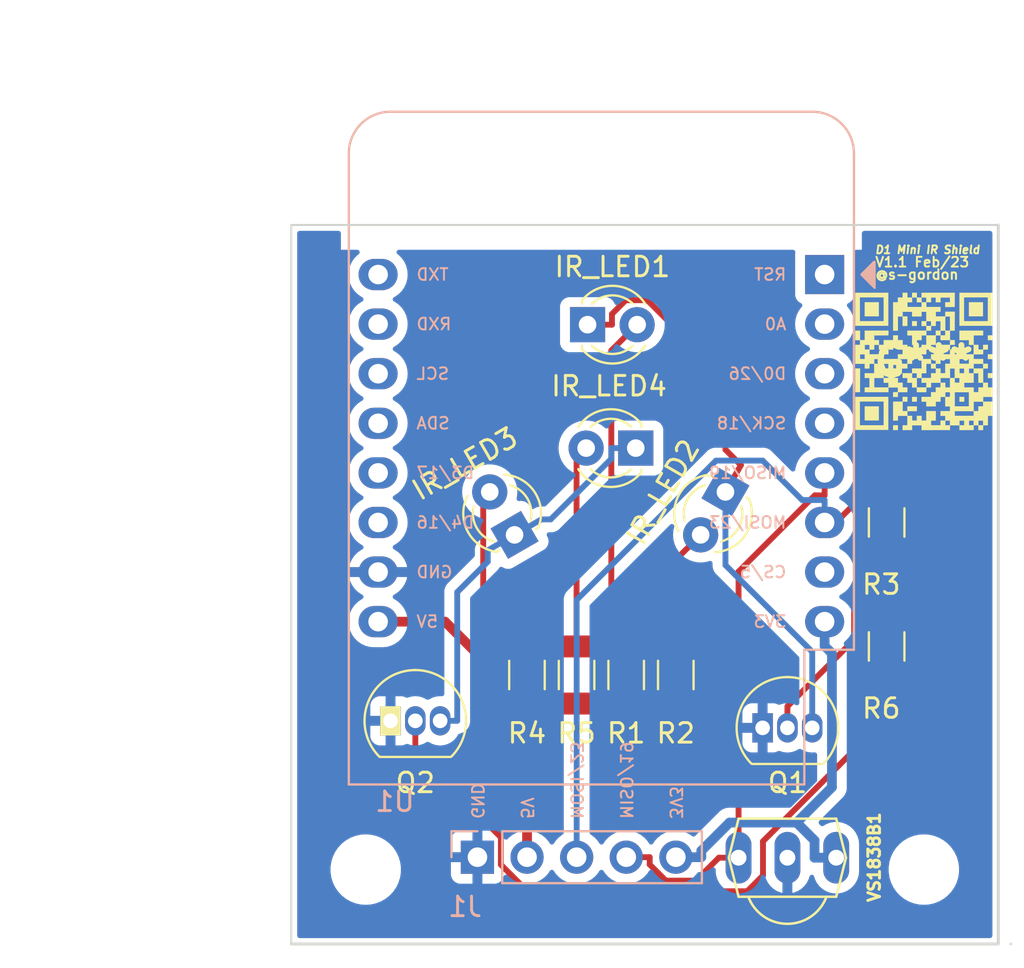
<source format=kicad_pcb>
(kicad_pcb (version 20221018) (generator pcbnew)
  (title_block (title "D1 Mini IR Shield") (date "2023-01-29") (rev "V1.1"))
  (layers (0 "F.Cu" signal) (31 "B.Cu" signal) (34 "B.Paste" user) (35 "F.Paste" user) (36 "B.SilkS" user "B.Silkscreen") (37 "F.SilkS" user "F.Silkscreen") (38 "B.Mask" user) (39 "F.Mask" user) (44 "Edge.Cuts" user))
  (net 0 "")
  (net 1 "GND")
  (net 2 "Net-(IR_LED1-Pad2)")
  (net 3 "+5V")
  (net 4 "+3V3")
  (net 5 "D6")
  (net 6 "Net-(Q1-Pad2)")
  (net 7 "D7")
  (net 8 "Net-(IR_LED2-Pad2)")
  (net 9 "Net-(IR_LED3-Pad2)")
  (net 19 "Net-(IR_LED4-Pad2)")
  (net 20 "Net-(IR_LED1-Pad1)")
  (net 21 "Net-(IR_LED3-Pad1)")
  (net 22 "Net-(Q2-Pad2)")
  (footprint "LED_THT:LED_D3.0mm" (layer "F.Cu") (at 74.295 67.31 120)
    (fp_text reference "IR_LED3" (at 4.427204 -0.379779 30) (layer "F.SilkS"))
    (fp_text value "TSAL4400")
    (fp_line (start -0.29 -1.236) (end -0.29 -1.08) (stroke (width 0.12)) (layer "F.SilkS"))
    (fp_line (start -0.29 1.08) (end -0.29 1.236) (stroke (width 0.12)) (layer "F.SilkS"))
    (fp_arc (start -0.29 -1.235516) (mid 1.366488 -1.987659) (end 2.942335 -1.078608) (stroke (width 0.12)) (layer "F.SilkS"))
    (fp_arc (start 0.229039 -1.08) (mid 1.270118 -1.5) (end 2.31113 -1.079837) (stroke (width 0.12)) (layer "F.SilkS"))
    (fp_arc (start 2.31113 1.079837) (mid 1.270118 1.5) (end 0.229039 1.08) (stroke (width 0.12)) (layer "F.SilkS"))
    (fp_arc (start 2.942335 1.078608) (mid 1.366487 1.987659) (end -0.29 1.235516) (stroke (width 0.12)) (layer "F.SilkS"))
    (pad "1" thru_hole rect (at 0 0 120) (size 1.8 1.8) (drill 0.9) (layers "*.Cu" "*.Mask") (net 21 "Net-(IR_LED3-Pad1)"))
    (pad "2" thru_hole circle (at 2.54 0 120) (size 1.8 1.8) (drill 0.9) (layers "*.Cu" "*.Mask") (net 9 "Net-(IR_LED3-Pad2)"))
  )
  (footprint "Resistor_SMD:R_1206_3216Metric" (layer "F.Cu") (at 82.55 74.4875 -90)
    (fp_text reference "R2" (at 2.9825 0) (layer "F.SilkS"))
    (fp_text value "20")
    (fp_line (start -0.727064 -0.91) (end 0.727064 -0.91) (stroke (width 0.12)) (layer "F.SilkS"))
    (fp_line (start -0.727064 0.91) (end 0.727064 0.91) (stroke (width 0.12)) (layer "F.SilkS"))
    (pad "1" smd roundrect (at -1.4625 0 270) (size 1.125 1.75) (layers "F.Cu" "F.Paste" "F.Mask") (roundrect_rratio 0.222222) (net 8 "Net-(IR_LED2-Pad2)"))
    (pad "2" smd roundrect (at 1.4625 0 270) (size 1.125 1.75) (layers "F.Cu" "F.Paste" "F.Mask") (roundrect_rratio 0.222222) (net 3 "+5V"))
  )
  (footprint "Resistor_SMD:R_1206_3216Metric" (layer "F.Cu") (at 80.01 74.4875 -90)
    (fp_text reference "R1" (at 2.9825 0) (layer "F.SilkS"))
    (fp_text value "20")
    (fp_line (start -0.727064 -0.91) (end 0.727064 -0.91) (stroke (width 0.12)) (layer "F.SilkS"))
    (fp_line (start -0.727064 0.91) (end 0.727064 0.91) (stroke (width 0.12)) (layer "F.SilkS"))
    (pad "1" smd roundrect (at -1.4625 0 270) (size 1.125 1.75) (layers "F.Cu" "F.Paste" "F.Mask") (roundrect_rratio 0.222222) (net 2 "Net-(IR_LED1-Pad2)"))
    (pad "2" smd roundrect (at 1.4625 0 270) (size 1.125 1.75) (layers "F.Cu" "F.Paste" "F.Mask") (roundrect_rratio 0.222222) (net 3 "+5V"))
  )
  (footprint "Package_TO_SOT_THT:TO-92_Inline" (layer "F.Cu") (at 86.995 77.195)
    (fp_text reference "Q1" (at 1.27 2.815) (layer "F.SilkS"))
    (fp_text value "2N2222")
    (fp_line (start -0.53 1.85) (end 3.07 1.85) (stroke (width 0.12)) (layer "F.SilkS"))
    (fp_arc (start -0.568478 1.838478) (mid -1.132087 -0.994977) (end 1.27 -2.6) (stroke (width 0.12)) (layer "F.SilkS"))
    (fp_arc (start 1.27 -2.6) (mid 3.672087 -0.994977) (end 3.108478 1.838478) (stroke (width 0.12)) (layer "F.SilkS"))
    (pad "1" thru_hole rect (at 0 0) (size 1.05 1.5) (drill 0.75) (layers "*.Cu" "*.Mask") (net 1 "GND"))
    (pad "2" thru_hole oval (at 1.27 0) (size 1.05 1.5) (drill 0.75) (layers "*.Cu" "*.Mask") (net 6 "Net-(Q1-Pad2)"))
    (pad "3" thru_hole oval (at 2.54 0) (size 1.05 1.5) (drill 0.75) (layers "*.Cu" "*.Mask") (net 20 "Net-(IR_LED1-Pad1)"))
  )
  (footprint "TSOP1838:TSOP18XX" (layer "F.Cu") (at 88.265 83.82)
    (fp_text reference "VS1838B1" (at 4.445 0 -90) (layer "F.SilkS") (effects (font (size 0.6 0.6))))
    (fp_text value "VS1838B")
    (fp_line (start -3.0012 0.0266) (end -2.5012 -1.9734) (stroke (width 0.127)) (layer "F.SilkS"))
    (fp_line (start -2.5012 -1.9734) (end 2.4988 -1.9734) (stroke (width 0.127)) (layer "F.SilkS"))
    (fp_line (start -2.5012 2.0266) (end -3.0012 0.0266) (stroke (width 0.127)) (layer "F.SilkS"))
    (fp_line (start -2.0012 2.0266) (end -2.5012 2.0266) (stroke (width 0.127)) (layer "F.SilkS"))
    (fp_line (start 1.9988 2.0266) (end -2.0012 2.0266) (stroke (width 0.127)) (layer "F.SilkS"))
    (fp_line (start 2.4988 -1.9734) (end 2.9988 0.0266) (stroke (width 0.127)) (layer "F.SilkS"))
    (fp_line (start 2.4988 2.0266) (end 1.9988 2.0266) (stroke (width 0.127)) (layer "F.SilkS"))
    (fp_line (start 2.9988 0.0266) (end 2.4988 2.0266) (stroke (width 0.127)) (layer "F.SilkS"))
    (fp_arc (start 1.9988 2.0266) (mid -0.0012 3.412602) (end -2.0012 2.0266) (stroke (width 0.127)) (layer "F.SilkS"))
    (pad "GND" thru_hole oval (at -0.0012 0.0266) (size 1.3208 2.6416) (drill 0.8128) (layers "*.Cu" "*.Mask") (net 1 "GND"))
    (pad "OUT" thru_hole oval (at -2.5012 0.0266) (size 1.3208 2.6416) (drill 0.8128) (layers "*.Cu" "*.Mask") (net 5 "D6"))
    (pad "VCC" thru_hole oval (at 2.4988 0.0266) (size 1.3208 2.6416) (drill 0.8128) (layers "*.Cu" "*.Mask") (net 4 "+3V3"))
  )
  (footprint "LOGO" (layer "F.Cu") (at 95.25 58.42)
    (fp_text reference "G***" (at 0 0) (layer "F.SilkS") (effects (font (size 1.524 1.524) (thickness 0.3))))
    (fp_text value "LOGO" hide)
    (fp_poly (pts (xy -3.265282 1.583396) (xy -3.515292 1.586098) (xy -3.515292 0.36365) (xy -3.262716 0.36365)) (fill solid) (layer "F.SilkS"))
    (fp_poly (pts (xy -2.303122 -2.303122) (xy -3.030424 -2.303122) (xy -3.030424 -3.030424) (xy -2.303122 -3.030424)) (fill solid) (layer "F.SilkS"))
    (fp_poly (pts (xy -2.303122 3.030423) (xy -3.030424 3.030423) (xy -3.030424 2.303121) (xy -2.303122 2.303121)) (fill solid) (layer "F.SilkS"))
    (fp_poly (pts (xy -1.325811 3.522867) (xy -1.575821 3.525569) (xy -1.575821 3.272857) (xy -1.323109 3.272857)) (fill solid) (layer "F.SilkS"))
    (fp_poly (pts (xy 3.030423 -2.303122) (xy 2.303121 -2.303122) (xy 2.303121 -3.030424) (xy 3.030423 -3.030424)) (fill solid) (layer "F.SilkS"))
    (fp_poly (pts (xy 3.522867 -1.083377) (xy 3.272857 -1.080675) (xy 3.272857 -1.333387) (xy 3.525569 -1.333387)) (fill solid) (layer "F.SilkS"))
    (fp_poly (pts (xy 3.522867 -0.113641) (xy 3.272857 -0.110939) (xy 3.272857 -0.363651) (xy 3.525569 -0.363651)) (fill solid) (layer "F.SilkS"))
    (fp_poly (pts (xy 3.522867 0.856094) (xy 3.272857 0.858796) (xy 3.272857 0.606084) (xy 3.525569 0.606084)) (fill solid) (layer "F.SilkS"))
    (fp_poly (pts (xy -0.356075 -1.810678) (xy -0.48108 -1.809328) (xy -0.606085 -1.807977) (xy -0.606085 -2.060688) (xy -0.353373 -2.060688)) (fill solid) (layer "F.SilkS"))
    (fp_poly (pts (xy -0.356075 2.068264) (xy -0.48108 2.069615) (xy -0.606085 2.070965) (xy -0.606085 1.818254) (xy -0.353373 1.818254)) (fill solid) (layer "F.SilkS"))
    (fp_poly (pts (xy 2.069615 1.943259) (xy 2.068264 2.068264) (xy 1.943259 2.069615) (xy 1.818254 2.070965) (xy 1.818254 1.818254) (xy 2.070965 1.818254)) (fill solid) (layer "F.SilkS"))
    (fp_poly (pts (xy -1.818255 -1.818255) (xy -3.515292 -1.818255) (xy -3.515292 -2.060688) (xy -3.272858 -2.060688) (xy -2.060688 -2.060688) (xy -2.060688 -3.272858) (xy -3.272858 -3.272858) (xy -3.272858 -2.060688) (xy -3.515292 -2.060688) (xy -3.515292 -3.515292) (xy -1.818255 -3.515292)) (fill solid) (layer "F.SilkS"))
    (fp_poly (pts (xy -1.818255 3.515291) (xy -3.515292 3.515291) (xy -3.515292 3.272857) (xy -3.272858 3.272857) (xy -2.060688 3.272857) (xy -2.060688 2.060688) (xy -3.272858 2.060688) (xy -3.272858 3.272857) (xy -3.515292 3.272857) (xy -3.515292 1.818254) (xy -1.818255 1.818254)) (fill solid) (layer "F.SilkS"))
    (fp_poly (pts (xy 3.515291 -1.818255) (xy 1.818254 -1.818255) (xy 1.818254 -2.060688) (xy 2.060688 -2.060688) (xy 3.272857 -2.060688) (xy 3.272857 -3.272858) (xy 2.060688 -3.272858) (xy 2.060688 -2.060688) (xy 1.818254 -2.060688) (xy 1.818254 -3.515292) (xy 3.515291 -3.515292)) (fill solid) (layer "F.SilkS"))
    (fp_poly (pts (xy -0.838418 -3.272858) (xy -0.606085 -3.272858) (xy -0.606085 -3.515292) (xy -0.35355 -3.515292) (xy -0.35355 -3.272858) (xy -0.121217 -3.272858) (xy -0.121217 -3.515292) (xy 1.585987 -3.515292) (xy 1.584692 -3.147853) (xy 1.583396 -2.780414) (xy 1.337174 -2.779103) (xy 1.090952 -2.777793) (xy 1.090952 -3.030424) (xy 1.333386 -3.030424) (xy 1.333386 -3.262756) (xy 0.858802 -3.262756) (xy 0.856094 -3.022848) (xy 0.606084 -3.020146) (xy 0.606084 -3.262756) (xy 0.373935 -3.262756) (xy 0.372581 -3.142802) (xy 0.371226 -3.022848) (xy 0.131318 -3.02014) (xy 0.131318 -2.78799) (xy 0.858796 -2.78799) (xy 0.856094 -2.53798) (xy 0.616186 -2.535272) (xy 0.616186 -2.303122) (xy 1.090952 -2.303122) (xy 1.090952 -2.545556) (xy 1.585971 -2.545556) (xy 1.584684 -2.0569) (xy 1.583396 -1.568245) (xy 1.463442 -1.566891) (xy 1.343487 -1.565536) (xy 1.343487 -1.090953) (xy 1.586098 -1.090953) (xy 1.583396 -0.840943) (xy 1.463442 -0.839589) (xy 1.343487 -0.838235) (xy 1.343487 -0.606085) (xy 1.585921 -0.606085) (xy 1.585921 -0.363651) (xy 2.545555 -0.363651) (xy 2.545555 -0.838418) (xy 2.303121 -0.838418) (xy 2.303121 -1.080851) (xy 1.818254 -1.080851) (xy 1.818254 -1.575821) (xy 3.040701 -1.575821) (xy 3.037999 -1.325811) (xy 2.555657 -1.323187) (xy 2.555657 -0.848519) (xy 2.798091 -0.848519) (xy 2.798091 -0.606085) (xy 3.030423 -0.606085) (xy 3.030423 -0.848519) (xy 3.283135 -0.848519) (xy 3.280433 -0.598509) (xy 3.040707 -0.595801) (xy 3.037999 -0.356075) (xy 2.796828 -0.354764) (xy 2.555657 -0.353452) (xy 2.555657 -0.121217) (xy 3.040525 -0.121217) (xy 3.040525 0.121217) (xy 3.283135 0.121217) (xy 3.281784 0.246221) (xy 3.280433 0.371226) (xy 3.160479 0.372581) (xy 3.040525 0.373935) (xy 3.040525 1.090952) (xy 3.282958 1.090952) (xy 3.282958 1.333386) (xy 3.525488 1.333386) (xy 3.524178 1.579608) (xy 3.522867 1.82583) (xy 3.281696 1.827141) (xy 3.040525 1.828453) (xy 3.040525 2.060688) (xy 3.525458 2.060688) (xy 3.524163 2.428126) (xy 3.522867 2.795565) (xy 3.402962 2.796919) (xy 3.283056 2.798273) (xy 3.281745 3.039353) (xy 3.280433 3.280433) (xy 3.040707 3.283141) (xy 3.037999 3.522867) (xy 2.787989 3.525569) (xy 2.787989 3.282958) (xy 2.55584 3.282958) (xy 2.554486 3.402913) (xy 2.553131 3.522867) (xy 2.185693 3.524163) (xy 1.818254 3.525458) (xy 1.818254 3.282958) (xy 1.34367 3.282958) (xy 1.342316 3.402913) (xy 1.340962 3.522867) (xy 0.609872 3.524147) (xy -0.121217 3.525426) (xy -0.121217 3.282958) (xy -0.595801 3.282958) (xy -0.597155 3.402913) (xy -0.598509 3.522867) (xy -0.844731 3.524178) (xy -1.090953 3.525488) (xy -1.090953 3.272857) (xy -0.848519 3.272857) (xy -0.848519 2.798091) (xy -1.323103 2.798091) (xy -1.325811 3.037999) (xy -1.575821 3.040701) (xy -1.575821 2.060688) (xy -1.090953 2.060688) (xy -1.090953 1.818254) (xy -0.838241 1.818254) (xy -0.840943 2.068264) (xy -1.080851 2.070972) (xy -1.080851 2.545555) (xy -0.848519 2.545555) (xy -0.848519 2.303121) (xy -0.353373 2.303121) (xy -0.356075 2.553131) (xy -0.597246 2.554443) (xy -0.838418 2.555755) (xy -0.838418 2.787989) (xy -0.595984 2.787989) (xy -0.595984 3.030423) (xy -0.363651 3.030423) (xy -0.363651 2.787989) (xy -0.111116 2.787989) (xy -0.111116 3.030423) (xy 0.121217 3.030423) (xy 0.121217 2.545555) (xy 0.616282 2.545555) (xy 0.61366 3.037999) (xy 0.373752 3.040707) (xy 0.373752 3.272857) (xy 0.848518 3.272857) (xy 1.101053 3.272857) (xy 1.333386 3.272857) (xy 1.828355 3.272857) (xy 2.060688 3.272857) (xy 2.313223 3.272857) (xy 2.545555 3.272857) (xy 2.798091 3.272857) (xy 3.030423 3.272857) (xy 3.030423 3.040525) (xy 2.798091 3.040525) (xy 2.798091 3.272857) (xy 2.545555 3.272857) (xy 2.545555 3.040525) (xy 2.313223 3.040525) (xy 2.313223 3.272857) (xy 2.060688 3.272857) (xy 2.060688 3.040525) (xy 1.828355 3.040525) (xy 1.828355 3.272857) (xy 1.333386 3.272857) (xy 1.333386 3.040525) (xy 1.101053 3.040525) (xy 1.101053 3.272857) (xy 0.848518 3.272857) (xy 0.848518 3.030423) (xy 1.090952 3.030423) (xy 1.090952 2.798091) (xy 0.848518 2.798091) (xy 0.848518 2.787989) (xy 1.585921 2.787989) (xy 2.545555 2.787989) (xy 2.545555 2.555657) (xy 1.585921 2.555657) (xy 1.585921 2.787989) (xy 0.848518 2.787989) (xy 0.848518 2.545555) (xy 1.333386 2.545555) (xy 2.555657 2.545555) (xy 2.787989 2.545555) (xy 2.787989 2.303121) (xy 3.030423 2.303121) (xy 3.030423 2.070789) (xy 2.555657 2.070789) (xy 2.555657 2.545555) (xy 1.333386 2.545555) (xy 1.333386 2.313223) (xy 1.090952 2.313223) (xy 1.090952 2.303121) (xy 1.585921 2.303121) (xy 2.303121 2.303121) (xy 2.303121 1.585921) (xy 1.585921 1.585921) (xy 1.585921 2.303121) (xy 1.090952 2.303121) (xy 1.090952 1.828355) (xy 0.858802 1.828355) (xy 0.857448 1.948309) (xy 0.856094 2.068264) (xy 0.736231 2.069618) (xy 0.616368 2.070971) (xy 0.615014 2.190834) (xy 0.61366 2.310698) (xy 0.367438 2.312008) (xy 0.121217 2.313319) (xy 0.121217 2.070789) (xy -0.121217 2.070789) (xy -0.121217 1.818254) (xy 0.36365 1.818254) (xy 1.101053 1.818254) (xy 1.333386 1.818254) (xy 1.333386 1.585921) (xy 1.101053 1.585921) (xy 1.101053 1.818254) (xy 0.36365 1.818254) (xy 0.36365 1.57582) (xy 0.606084 1.57582) (xy 0.606084 1.333386) (xy 0.848518 1.333386) (xy 0.848518 1.101053) (xy 0.373935 1.101053) (xy 0.372581 1.221008) (xy 0.371226 1.340962) (xy 0.1315 1.34367) (xy 0.130146 1.463533) (xy 0.128793 1.583396) (xy -0.117429 1.584707) (xy -0.363651 1.586017) (xy -0.363651 1.343487) (xy -0.606085 1.343487) (xy -0.606085 1.333386) (xy -0.35355 1.333386) (xy 0.121217 1.333386) (xy 0.121217 1.101053) (xy -0.121217 1.101053) (xy -0.121217 1.090952) (xy 0.85862 1.090952) (xy 1.101053 1.090952) (xy 1.101053 1.333386) (xy 1.333386 1.333386) (xy 2.070789 1.333386) (xy 2.555657 1.333386) (xy 2.555657 1.57582) (xy 2.787989 1.57582) (xy 2.787989 1.333386) (xy 3.030423 1.333386) (xy 3.030423 1.101053) (xy 2.787989 1.101053) (xy 2.787989 0.616186) (xy 2.555755 0.616186) (xy 2.553131 1.098528) (xy 2.31196 1.09984) (xy 2.070789 1.101151) (xy 2.070789 1.333386) (xy 1.333386 1.333386) (xy 1.333386 1.090952) (xy 1.585921 1.090952) (xy 1.818254 1.090952) (xy 1.818254 0.85862) (xy 1.585921 0.85862) (xy 1.585921 1.090952) (xy 1.333386 1.090952) (xy 1.333386 0.85862) (xy 0.85862 0.85862) (xy 0.85862 1.090952) (xy -0.121217 1.090952) (xy -0.121217 0.85862) (xy -0.35355 0.85862) (xy -0.35355 1.333386) (xy -0.606085 1.333386) (xy -0.606085 1.101053) (xy -0.848519 1.101053) (xy -0.848519 0.85862) (xy -1.090953 0.85862) (xy -1.090953 0.848518) (xy -0.595984 0.848518) (xy -0.363651 0.848518) (xy -0.111116 0.848518) (xy 0.36365 0.848518) (xy 1.343487 0.848518) (xy 1.57582 0.848518) (xy 1.57582 0.606084) (xy 1.828355 0.606084) (xy 2.060688 0.606084) (xy 2.313223 0.606084) (xy 2.545555 0.606084) (xy 2.545555 0.373752) (xy 2.313223 0.373752) (xy 2.313223 0.606084) (xy 2.060688 0.606084) (xy 2.060688 0.373752) (xy 1.828355 0.373752) (xy 1.828355 0.606084) (xy 1.57582 0.606084) (xy 1.57582 0.373752) (xy 1.343487 0.373752) (xy 1.343487 0.848518) (xy 0.36365 0.848518) (xy 0.36365 0.606084) (xy 0.606084 0.606084) (xy 0.606084 0.373752) (xy 0.36365 0.373752) (xy 0.36365 0.36365) (xy 0.616186 0.36365) (xy 0.85862 0.36365) (xy 0.85862 0.606084) (xy 1.090952 0.606084) (xy 1.090952 0.36365) (xy 2.555657 0.36365) (xy 3.030423 0.36365) (xy 3.030423 0.131318) (xy 2.555657 0.131318) (xy 2.555657 0.36365) (xy 1.090952 0.36365) (xy 1.090952 0.121217) (xy 1.333386 0.121217) (xy 1.828355 0.121217) (xy 2.303121 0.121217) (xy 2.303121 -0.111116) (xy 1.828355 -0.111116) (xy 1.828355 0.121217) (xy 1.333386 0.121217) (xy 1.333386 -0.111116) (xy 0.858802 -0.111116) (xy 0.857448 0.008838) (xy 0.856094 0.128793) (xy 0.616186 0.131501) (xy 0.616186 0.36365) (xy 0.36365 0.36365) (xy 0.36365 0.131318) (xy 0.131416 0.131318) (xy 0.130104 0.372489) (xy 0.128793 0.61366) (xy 0.008838 0.615014) (xy -0.111116 0.616369) (xy -0.111116 0.848518) (xy -0.363651 0.848518) (xy -0.363651 0.616186) (xy -0.595984 0.616186) (xy -0.595984 0.848518) (xy -1.090953 0.848518) (xy -1.090953 0.606084) (xy -0.606085 0.606084) (xy -0.606085 0.36365) (xy -0.121217 0.36365) (xy -0.121217 0.121217) (xy 0.373752 0.121217) (xy 0.606084 0.121217) (xy 0.606084 -0.111116) (xy 0.373752 -0.111116) (xy 0.373752 0.121217) (xy -0.121217 0.121217) (xy -0.121217 -0.121217) (xy 0.36365 -0.121217) (xy 0.36365 -0.363651) (xy 0.606084 -0.363651) (xy 0.85862 -0.363651) (xy 1.333386 -0.363651) (xy 1.333386 -0.595984) (xy 0.85862 -0.595984) (xy 0.85862 -0.363651) (xy 0.606084 -0.363651) (xy 0.606084 -0.606085) (xy 0.848518 -0.606085) (xy 0.848518 -0.848519) (xy 1.333386 -0.848519) (xy 1.333386 -1.080851) (xy 0.848518 -1.080851) (xy 0.848518 -1.323285) (xy 0.616284 -1.323285) (xy 0.61366 -0.840943) (xy 0.373934 -0.838235) (xy 0.371226 -0.598509) (xy 0.1315 -0.595801) (xy 0.130146 -0.475938) (xy 0.128793 -0.356075) (xy -0.112287 -0.354764) (xy -0.353367 -0.353452) (xy -0.354721 -0.233547) (xy -0.356075 -0.113641) (xy -0.475938 -0.112287) (xy -0.595801 -0.110934) (xy -0.597155 0.00893) (xy -0.598509 0.128793) (xy -0.718372 0.130146) (xy -0.838235 0.1315) (xy -0.840943 0.371226) (xy -1.323103 0.37385) (xy -1.325811 0.61366) (xy -1.445765 0.615014) (xy -1.565719 0.616369) (xy -1.565719 0.848518) (xy -1.323285 0.848518) (xy -1.323285 1.090952) (xy -1.080851 1.090952) (xy -1.080851 1.333386) (xy -0.838241 1.333386) (xy -0.840943 1.583396) (xy -1.082023 1.584707) (xy -1.323103 1.586019) (xy -1.324457 1.705924) (xy -1.325811 1.82583) (xy -1.575821 1.828532) (xy -1.575821 1.57582) (xy -1.333387 1.57582) (xy -1.333387 1.343487) (xy -1.80797 1.343487) (xy -1.809324 1.463442) (xy -1.810678 1.583396) (xy -3.030424 1.585962) (xy -3.030424 1.333386) (xy -2.78799 1.333386) (xy -2.535455 1.333386) (xy -1.818255 1.333386) (xy -1.818255 1.101053) (xy -2.060688 1.101053) (xy -2.060688 0.85862) (xy -2.535455 0.85862) (xy -2.535455 1.333386) (xy -2.78799 1.333386) (xy -2.78799 0.85862) (xy -3.030424 0.85862) (xy -3.030424 0.848518) (xy -2.050587 0.848518) (xy -1.818255 0.848518) (xy -1.818255 0.616186) (xy -2.050587 0.616186) (xy -2.050587 0.848518) (xy -3.030424 0.848518) (xy -3.030424 0.606084) (xy -2.545556 0.606084) (xy -2.545556 0.36365) (xy -2.050587 0.36365) (xy -1.818255 0.36365) (xy -1.565719 0.36365) (xy -1.333387 0.36365) (xy -1.333387 0.131318) (xy -1.565719 0.131318) (xy -1.565719 0.36365) (xy -1.818255 0.36365) (xy -1.818255 0.131318) (xy -2.050587 0.131318) (xy -2.050587 0.36365) (xy -2.545556 0.36365) (xy -2.545556 0.131318) (xy -2.777706 0.131318) (xy -2.780414 0.371226) (xy -3.030424 0.373928) (xy -3.030424 0.131318) (xy -3.515292 0.131318) (xy -3.515292 0.121217) (xy -2.535455 0.121217) (xy -2.303122 0.121217) (xy -1.323285 0.121217) (xy -0.848519 0.121217) (xy -0.848519 -0.111116) (xy -1.323285 -0.111116) (xy -1.323285 0.121217) (xy -2.303122 0.121217) (xy -2.303122 -0.111116) (xy -2.535455 -0.111116) (xy -2.535455 0.121217) (xy -3.515292 0.121217) (xy -3.515292 -0.121217) (xy -3.262756 -0.121217) (xy -3.030424 -0.121217) (xy -2.050587 -0.121217) (xy -1.333387 -0.121217) (xy -1.333387 -0.363651) (xy -1.090953 -0.363651) (xy -1.090953 -0.595984) (xy -1.333387 -0.595984) (xy -1.333387 -0.838418) (xy -1.565536 -0.838418) (xy -1.566891 -0.718463) (xy -1.568245 -0.598509) (xy -1.807971 -0.595801) (xy -1.809325 -0.475938) (xy -1.810678 -0.356075) (xy -1.930633 -0.354721) (xy -2.050587 -0.353367) (xy -2.050587 -0.121217) (xy -3.030424 -0.121217) (xy -3.030424 -0.35355) (xy -3.262756 -0.35355) (xy -3.262756 -0.121217) (xy -3.515292 -0.121217) (xy -3.515292 -0.363651) (xy -2.777889 -0.363651) (xy -2.060688 -0.363651) (xy -2.060688 -0.595984) (xy -2.303122 -0.595984) (xy -2.303122 -0.606085) (xy -2.050587 -0.606085) (xy -1.818255 -0.606085) (xy -1.818255 -0.838418) (xy -2.050587 -0.838418) (xy -2.050587 -0.606085) (xy -2.303122 -0.606085) (xy -2.303122 -0.838418) (xy -2.535272 -0.838418) (xy -2.536626 -0.718463) (xy -2.53798 -0.598509) (xy -2.657934 -0.597155) (xy -2.777889 -0.595801) (xy -2.777889 -0.363651) (xy -3.515292 -0.363651) (xy -3.515292 -0.606085) (xy -3.020323 -0.606085) (xy -2.78799 -0.606085) (xy -2.78799 -0.838418) (xy -3.020323 -0.838418) (xy -3.020323 -0.606085) (xy -3.515292 -0.606085) (xy -3.515292 -0.848519) (xy -3.272858 -0.848519) (xy -3.272858 -1.080851) (xy -3.515292 -1.080851) (xy -3.515292 -1.575821) (xy -3.262756 -1.575821) (xy -3.262756 -1.090953) (xy -3.030424 -1.090953) (xy -3.030424 -1.575821) (xy -1.807977 -1.575821) (xy -1.809328 -1.450816) (xy -1.810678 -1.325811) (xy -2.173067 -1.324515) (xy -2.535455 -1.323219) (xy -2.535455 -1.090953) (xy -2.293021 -1.090953) (xy -2.293021 -0.848519) (xy -2.060688 -0.848519) (xy -2.060688 -1.090953) (xy -1.575821 -1.090953) (xy -1.575821 -1.333387) (xy -1.323285 -1.333387) (xy -1.323285 -1.090953) (xy -1.080851 -1.090953) (xy -1.080851 -0.848519) (xy -0.838418 -0.848519) (xy -0.838418 -0.606085) (xy -0.595984 -0.606085) (xy -0.595984 -0.363651) (xy -0.363651 -0.363651) (xy -0.363651 -0.606085) (xy -0.121217 -0.606085) (xy -0.121217 -0.848519) (xy 0.121217 -0.848519) (xy 0.121217 -1.323285) (xy -0.110933 -1.323285) (xy -0.113641 -1.083377) (xy -0.353367 -1.080669) (xy -0.356075 -0.840943) (xy -0.606085 -0.838241) (xy -0.606085 -1.323285) (xy -0.848519 -1.323285) (xy -0.848519 -1.333387) (xy 0.131318 -1.333387) (xy 0.606084 -1.333387) (xy 0.85862 -1.333387) (xy 1.090952 -1.333387) (xy 1.090952 -1.565719) (xy 0.85862 -1.565719) (xy 0.85862 -1.333387) (xy 0.606084 -1.333387) (xy 0.606084 -1.575821) (xy 0.848518 -1.575821) (xy 1.101053 -1.575821) (xy 1.333386 -1.575821) (xy 1.333386 -2.293021) (xy 1.101053 -2.293021) (xy 1.101053 -1.575821) (xy 0.848518 -1.575821) (xy 0.848518 -2.050587) (xy 0.616369 -2.050587) (xy 0.615014 -1.930633) (xy 0.61366 -1.810678) (xy 0.493797 -1.809325) (xy 0.373934 -1.807971) (xy 0.371226 -1.568245) (xy 0.251272 -1.566891) (xy 0.131318 -1.565536) (xy 0.131318 -1.333387) (xy -0.848519 -1.333387) (xy -0.848519 -1.575821) (xy 0.121217 -1.575821) (xy 0.121217 -1.808153) (xy -0.121217 -1.808153) (xy -0.121217 -1.818255) (xy 0.131318 -1.818255) (xy 0.36365 -1.818255) (xy 0.36365 -2.050587) (xy 0.131318 -2.050587) (xy 0.131318 -1.818255) (xy -0.121217 -1.818255) (xy -0.121217 -2.060688) (xy 0.121217 -2.060688) (xy 0.121217 -2.535455) (xy -0.110933 -2.535455) (xy -0.112287 -2.415501) (xy -0.113641 -2.295546) (xy -0.359863 -2.294236) (xy -0.606085 -2.292925) (xy -0.606085 -2.535455) (xy -1.080851 -2.535455) (xy -1.080851 -2.303122) (xy -0.838322 -2.303122) (xy -0.839632 -2.0569) (xy -0.840943 -1.810678) (xy -0.965948 -1.809328) (xy -1.090953 -1.807977) (xy -1.090953 -2.293021) (xy -1.323219 -2.293021) (xy -1.325811 -1.568245) (xy -1.575821 -1.565543) (xy -1.575821 -2.78799) (xy -0.838418 -2.78799) (xy -0.121217 -2.78799) (xy -0.121217 -3.020323) (xy -0.363651 -3.020323) (xy -0.363651 -3.030424) (xy -0.111116 -3.030424) (xy 0.121217 -3.030424) (xy 0.121217 -3.262756) (xy -0.111116 -3.262756) (xy -0.111116 -3.030424) (xy -0.363651 -3.030424) (xy -0.363651 -3.262756) (xy -0.595801 -3.262756) (xy -0.598509 -3.022848) (xy -0.718463 -3.021494) (xy -0.838418 -3.02014) (xy -0.838418 -2.78799) (xy -1.575821 -2.78799) (xy -1.575821 -3.030424) (xy -1.333387 -3.030424) (xy -1.333387 -3.272858) (xy -1.090953 -3.272858) (xy -1.090953 -3.515292) (xy -0.838418 -3.515292)) (fill solid) (layer "F.SilkS"))
  )
  (footprint "Resistor_SMD:R_1206_3216Metric" (layer "F.Cu") (at 77.47 74.4875 -90)
    (fp_text reference "R5" (at 2.9825 0) (layer "F.SilkS"))
    (fp_text value "20")
    (fp_line (start -0.727064 -0.91) (end 0.727064 -0.91) (stroke (width 0.12)) (layer "F.SilkS"))
    (fp_line (start -0.727064 0.91) (end 0.727064 0.91) (stroke (width 0.12)) (layer "F.SilkS"))
    (pad "1" smd roundrect (at -1.4625 0 270) (size 1.125 1.75) (layers "F.Cu" "F.Paste" "F.Mask") (roundrect_rratio 0.222222) (net 19 "Net-(IR_LED4-Pad2)"))
    (pad "2" smd roundrect (at 1.4625 0 270) (size 1.125 1.75) (layers "F.Cu" "F.Paste" "F.Mask") (roundrect_rratio 0.222222) (net 3 "+5V"))
  )
  (footprint "LED_THT:LED_D3.0mm" (layer "F.Cu") (at 80.5 62.865 180)
    (fp_text reference "IR_LED4" (at 1.366487 3.175) (layer "F.SilkS"))
    (fp_text value "TSAL4400")
    (fp_line (start -0.29 -1.236) (end -0.29 -1.08) (stroke (width 0.12)) (layer "F.SilkS"))
    (fp_line (start -0.29 1.08) (end -0.29 1.236) (stroke (width 0.12)) (layer "F.SilkS"))
    (fp_arc (start -0.29 -1.235516) (mid 1.366487 -1.987659) (end 2.942335 -1.078608) (stroke (width 0.12)) (layer "F.SilkS"))
    (fp_arc (start 0.229039 -1.08) (mid 1.270117 -1.5) (end 2.31113 -1.079837) (stroke (width 0.12)) (layer "F.SilkS"))
    (fp_arc (start 2.31113 1.079837) (mid 1.270117 1.5) (end 0.229039 1.08) (stroke (width 0.12)) (layer "F.SilkS"))
    (fp_arc (start 2.942335 1.078608) (mid 1.366487 1.987659) (end -0.29 1.235516) (stroke (width 0.12)) (layer "F.SilkS"))
    (pad "1" thru_hole rect (at 0 0 180) (size 1.8 1.8) (drill 0.9) (layers "*.Cu" "*.Mask") (net 21 "Net-(IR_LED3-Pad1)"))
    (pad "2" thru_hole circle (at 2.54 0 180) (size 1.8 1.8) (drill 0.9) (layers "*.Cu" "*.Mask") (net 19 "Net-(IR_LED4-Pad2)"))
  )
  (footprint "Resistor_SMD:R_1206_3216Metric" (layer "F.Cu") (at 93.345 66.675 90)
    (fp_text reference "R3" (at -3.175 -0.275) (layer "F.SilkS"))
    (fp_text value "3K0")
    (fp_line (start -0.727064 -0.91) (end 0.727064 -0.91) (stroke (width 0.12)) (layer "F.SilkS"))
    (fp_line (start -0.727064 0.91) (end 0.727064 0.91) (stroke (width 0.12)) (layer "F.SilkS"))
    (pad "1" smd roundrect (at -1.4625 0 90) (size 1.125 1.75) (layers "F.Cu" "F.Paste" "F.Mask") (roundrect_rratio 0.222222) (net 6 "Net-(Q1-Pad2)"))
    (pad "2" smd roundrect (at 1.4625 0 90) (size 1.125 1.75) (layers "F.Cu" "F.Paste" "F.Mask") (roundrect_rratio 0.222222) (net 7 "D7"))
  )
  (footprint "MountingHole:MountingHole_3.2mm_M3" (layer "F.Cu") (at 95.25 84.455)
    (fp_text reference "H1")
    (fp_text value "MountingHole")
    (pad "" np_thru_hole circle (at 0 0) (size 3.2 3.2) (drill 3.2) (layers "*.Cu" "*.Mask"))
  )
  (footprint "LED_THT:LED_D3.0mm" (layer "F.Cu") (at 85.0925 65.1103 -120)
    (fp_text reference "IR_LED2" (at 1.613803 2.764554 60) (layer "F.SilkS"))
    (fp_text value "TSAL4400")
    (fp_line (start -0.29 -1.236) (end -0.29 -1.08) (stroke (width 0.12)) (layer "F.SilkS"))
    (fp_line (start -0.29 1.08) (end -0.29 1.236) (stroke (width 0.12)) (layer "F.SilkS"))
    (fp_arc (start -0.29 -1.235516) (mid 1.366487 -1.987659) (end 2.942335 -1.078608) (stroke (width 0.12)) (layer "F.SilkS"))
    (fp_arc (start 0.229039 -1.08) (mid 1.270117 -1.5) (end 2.31113 -1.079837) (stroke (width 0.12)) (layer "F.SilkS"))
    (fp_arc (start 2.31113 1.079837) (mid 1.270117 1.5) (end 0.229039 1.08) (stroke (width 0.12)) (layer "F.SilkS"))
    (fp_arc (start 2.942335 1.078608) (mid 1.366487 1.987659) (end -0.29 1.235516) (stroke (width 0.12)) (layer "F.SilkS"))
    (pad "1" thru_hole rect (at 0 0 240) (size 1.8 1.8) (drill 0.9) (layers "*.Cu" "*.Mask") (net 20 "Net-(IR_LED1-Pad1)"))
    (pad "2" thru_hole circle (at 2.54 0 240) (size 1.8 1.8) (drill 0.9) (layers "*.Cu" "*.Mask") (net 8 "Net-(IR_LED2-Pad2)"))
  )
  (footprint "Package_TO_SOT_THT:TO-92_Inline" (layer "F.Cu") (at 67.945 76.835)
    (fp_text reference "Q2" (at 1.27 3.175) (layer "F.SilkS"))
    (fp_text value "2N2222")
    (fp_line (start -0.53 1.85) (end 3.07 1.85) (stroke (width 0.12)) (layer "F.SilkS"))
    (fp_arc (start -0.568478 1.838478) (mid -1.132087 -0.994977) (end 1.27 -2.6) (stroke (width 0.12)) (layer "F.SilkS"))
    (fp_arc (start 1.27 -2.6) (mid 3.672087 -0.994977) (end 3.108478 1.838478) (stroke (width 0.12)) (layer "F.SilkS"))
    (pad "1" thru_hole rect (at 0 0) (size 1.05 1.5) (drill 0.75) (layers "*.Cu" "*.Mask" "F.SilkS") (net 1 "GND"))
    (pad "2" thru_hole oval (at 1.27 0) (size 1.05 1.5) (drill 0.75) (layers "*.Cu" "*.Mask") (net 22 "Net-(Q2-Pad2)"))
    (pad "3" thru_hole oval (at 2.54 0) (size 1.05 1.5) (drill 0.75) (layers "*.Cu" "*.Mask") (net 21 "Net-(IR_LED3-Pad1)"))
  )
  (footprint "LED_THT:LED_D3.0mm" (layer "F.Cu") (at 78.0322 56.5427)
    (fp_text reference "IR_LED1" (at 1.27 -2.96) (layer "F.SilkS"))
    (fp_text value "TSAL4400")
    (fp_line (start -0.29 -1.236) (end -0.29 -1.08) (stroke (width 0.12)) (layer "F.SilkS"))
    (fp_line (start -0.29 1.08) (end -0.29 1.236) (stroke (width 0.12)) (layer "F.SilkS"))
    (fp_arc (start -0.29 -1.235516) (mid 1.366487 -1.987659) (end 2.942335 -1.078608) (stroke (width 0.12)) (layer "F.SilkS"))
    (fp_arc (start 0.229039 -1.08) (mid 1.270117 -1.5) (end 2.31113 -1.079837) (stroke (width 0.12)) (layer "F.SilkS"))
    (fp_arc (start 2.31113 1.079837) (mid 1.270117 1.5) (end 0.229039 1.08) (stroke (width 0.12)) (layer "F.SilkS"))
    (fp_arc (start 2.942335 1.078608) (mid 1.366487 1.987659) (end -0.29 1.235516) (stroke (width 0.12)) (layer "F.SilkS"))
    (pad "1" thru_hole rect (at 0 0) (size 1.8 1.8) (drill 0.9) (layers "*.Cu" "*.Mask") (net 20 "Net-(IR_LED1-Pad1)"))
    (pad "2" thru_hole circle (at 2.54 0) (size 1.8 1.8) (drill 0.9) (layers "*.Cu" "*.Mask") (net 2 "Net-(IR_LED1-Pad2)"))
  )
  (footprint "MountingHole:MountingHole_3.2mm_M3" (layer "F.Cu") (at 66.675 84.455)
    (fp_text reference "H2")
    (fp_text value "MountingHole")
    (pad "" np_thru_hole circle (at 0 0) (size 3.2 3.2) (drill 3.2) (layers "*.Cu" "*.Mask"))
  )
  (footprint "Resistor_SMD:R_1206_3216Metric" (layer "F.Cu") (at 74.93 74.4875 -90)
    (fp_text reference "R4" (at 2.9825 0) (layer "F.SilkS"))
    (fp_text value "20")
    (fp_line (start -0.727064 -0.91) (end 0.727064 -0.91) (stroke (width 0.12)) (layer "F.SilkS"))
    (fp_line (start -0.727064 0.91) (end 0.727064 0.91) (stroke (width 0.12)) (layer "F.SilkS"))
    (pad "1" smd roundrect (at -1.4625 0 270) (size 1.125 1.75) (layers "F.Cu" "F.Paste" "F.Mask") (roundrect_rratio 0.222222) (net 9 "Net-(IR_LED3-Pad2)"))
    (pad "2" smd roundrect (at 1.4625 0 270) (size 1.125 1.75) (layers "F.Cu" "F.Paste" "F.Mask") (roundrect_rratio 0.222222) (net 3 "+5V"))
  )
  (footprint "Resistor_SMD:R_1206_3216Metric" (layer "F.Cu") (at 93.345 73.025 90)
    (fp_text reference "R6" (at -3.175 -0.275) (layer "F.SilkS"))
    (fp_text value "3K0")
    (fp_line (start -0.727064 -0.91) (end 0.727064 -0.91) (stroke (width 0.12)) (layer "F.SilkS"))
    (fp_line (start -0.727064 0.91) (end 0.727064 0.91) (stroke (width 0.12)) (layer "F.SilkS"))
    (pad "1" smd roundrect (at -1.4625 0 90) (size 1.125 1.75) (layers "F.Cu" "F.Paste" "F.Mask") (roundrect_rratio 0.222222) (net 22 "Net-(Q2-Pad2)"))
    (pad "2" smd roundrect (at 1.4625 0 90) (size 1.125 1.75) (layers "F.Cu" "F.Paste" "F.Mask") (roundrect_rratio 0.222222) (net 7 "D7"))
  )
  (footprint "Module:WEMOS_D1_mini_light" (layer "B.Cu") (at 90.17 53.975 180)
    (fp_text reference "U1" (at 22 -27) (layer "B.SilkS") (effects (justify mirror)))
    (fp_text value "WeMos_D1_mini")
    (fp_line (start -1.5 -19.22) (end -1.5 6.21) (stroke (width 0.12)) (layer "B.SilkS"))
    (fp_line (start -1.5 -19.22) (end 1.04 -19.22) (stroke (width 0.12)) (layer "B.SilkS"))
    (fp_line (start 1.04 -26.12) (end 24.36 -26.12) (stroke (width 0.12)) (layer "B.SilkS"))
    (fp_line (start 1.04 -19.22) (end 1.04 -26.12) (stroke (width 0.12)) (layer "B.SilkS"))
    (fp_line (start 22.24 8.34) (end 0.63 8.34) (stroke (width 0.12)) (layer "B.SilkS"))
    (fp_line (start 24.36 -26.12) (end 24.36 6.21) (stroke (width 0.12)) (layer "B.SilkS"))
    (fp_arc (start 0.63 8.34) (mid -0.876137 7.716137) (end -1.5 6.21) (stroke (width 0.12)) (layer "B.SilkS"))
    (fp_arc (start 24.36 6.21) (mid 23.736137 7.716137) (end 22.23 8.34) (stroke (width 0.12)) (layer "B.SilkS"))
    (fp_poly (pts (xy -2.54 0.635) (xy -2.54 -0.635) (xy -1.905 0)) (stroke (width 0.15)) (fill solid) (layer "B.SilkS"))
    (pad "1" thru_hole rect (at 0 0 180) (size 2 2) (drill 1) (layers "*.Cu" "*.Mask"))
    (pad "2" thru_hole oval (at 0 -2.54 180) (size 2 1.6) (drill 1) (layers "*.Cu" "*.Mask"))
    (pad "3" thru_hole oval (at 0 -5.08 180) (size 2 1.6) (drill 1) (layers "*.Cu" "*.Mask"))
    (pad "4" thru_hole oval (at 0 -7.62 180) (size 2 1.6) (drill 1) (layers "*.Cu" "*.Mask"))
    (pad "5" thru_hole oval (at 0 -10.16 180) (size 2 1.6) (drill 1) (layers "*.Cu" "*.Mask") (net 5 "D6"))
    (pad "6" thru_hole oval (at 0 -12.7 180) (size 2 1.6) (drill 1) (layers "*.Cu" "*.Mask") (net 7 "D7"))
    (pad "7" thru_hole oval (at 0 -15.24 180) (size 2 1.6) (drill 1) (layers "*.Cu" "*.Mask"))
    (pad "8" thru_hole oval (at 0 -17.78 180) (size 2 1.6) (drill 1) (layers "*.Cu" "*.Mask") (net 4 "+3V3"))
    (pad "9" thru_hole oval (at 22.86 -17.78 180) (size 2 1.6) (drill 1) (layers "*.Cu" "*.Mask") (net 3 "+5V"))
    (pad "10" thru_hole oval (at 22.86 -15.24 180) (size 2 1.6) (drill 1) (layers "*.Cu" "*.Mask") (net 1 "GND"))
    (pad "11" thru_hole oval (at 22.86 -12.7 180) (size 2 1.6) (drill 1) (layers "*.Cu" "*.Mask"))
    (pad "12" thru_hole oval (at 22.86 -10.16 180) (size 2 1.6) (drill 1) (layers "*.Cu" "*.Mask"))
    (pad "13" thru_hole oval (at 22.86 -7.62 180) (size 2 1.6) (drill 1) (layers "*.Cu" "*.Mask"))
    (pad "14" thru_hole oval (at 22.86 -5.08 180) (size 2 1.6) (drill 1) (layers "*.Cu" "*.Mask"))
    (pad "15" thru_hole oval (at 22.86 -2.54 180) (size 2 1.6) (drill 1) (layers "*.Cu" "*.Mask"))
    (pad "16" thru_hole oval (at 22.86 0 180) (size 2 1.6) (drill 1) (layers "*.Cu" "*.Mask"))
  )
  (footprint "Connector_PinHeader_2.54mm:PinHeader_1x05_P2.54mm_Vertical" (layer "B.Cu") (at 72.395 83.82 -90)
    (fp_text reference "J1" (at 2.54 0.635) (layer "B.SilkS") (effects (justify mirror)))
    (fp_text value "ext headers")
    (fp_line (start -1.33 -11.49) (end 1.33 -11.49) (stroke (width 0.12)) (layer "B.SilkS"))
    (fp_line (start -1.33 -1.27) (end -1.33 -11.49) (stroke (width 0.12)) (layer "B.SilkS"))
    (fp_line (start -1.33 -1.27) (end 1.33 -1.27) (stroke (width 0.12)) (layer "B.SilkS"))
    (fp_line (start -1.33 0) (end -1.33 1.33) (stroke (width 0.12)) (layer "B.SilkS"))
    (fp_line (start -1.33 1.33) (end 0 1.33) (stroke (width 0.12)) (layer "B.SilkS"))
    (fp_line (start 1.33 -1.27) (end 1.33 -11.49) (stroke (width 0.12)) (layer "B.SilkS"))
    (pad "1" thru_hole rect (at 0 0 270) (size 1.7 1.7) (drill 1) (layers "*.Cu" "*.Mask") (net 1 "GND"))
    (pad "2" thru_hole oval (at 0 -2.54 270) (size 1.7 1.7) (drill 1) (layers "*.Cu" "*.Mask") (net 3 "+5V"))
    (pad "3" thru_hole oval (at 0 -5.08 270) (size 1.7 1.7) (drill 1) (layers "*.Cu" "*.Mask") (net 7 "D7"))
    (pad "4" thru_hole oval (at 0 -7.62 270) (size 1.7 1.7) (drill 1) (layers "*.Cu" "*.Mask") (net 5 "D6"))
    (pad "5" thru_hole oval (at 0 -10.16 270) (size 1.7 1.7) (drill 1) (layers "*.Cu" "*.Mask") (net 4 "+3V3"))
  )
  (gr_line (start 62.865 51.435) (end 62.865 88.265) (stroke (width 0.1)) (layer "Edge.Cuts"))
  (gr_line (start 62.865 51.435) (end 99.06 51.435) (stroke (width 0.1)) (layer "Edge.Cuts"))
  (gr_line (start 99.695 88.265) (end 99.695 88.265) (stroke (width 0.15)) (layer "Edge.Cuts"))
  (gr_line (start 99.06 88.265) (end 99.06 51.435) (stroke (width 0.15)) (layer "Edge.Cuts"))
  (gr_line (start 62.865 88.265) (end 99.06 88.265) (stroke (width 0.15)) (layer "Edge.Cuts"))
  (gr_text "RXD" (at 69.215 56.515) (layer "B.SilkS") (effects (font (size 0.6 0.6) (thickness 0.1)) (justify right mirror)))
  (gr_text "5V" (at 74.93 81.915 270) (layer "B.SilkS") (effects (font (size 0.6 0.6) (thickness 0.1)) (justify left mirror)))
  (gr_text "A0" (at 88.265 56.515) (layer "B.SilkS") (effects (font (size 0.6 0.6) (thickness 0.1)) (justify left mirror)))
  (gr_text "SCL" (at 69.215 59.055) (layer "B.SilkS") (effects (font (size 0.6 0.6) (thickness 0.1)) (justify right mirror)))
  (gr_text "TXD" (at 69.215 53.975) (layer "B.SilkS") (effects (font (size 0.6 0.6) (thickness 0.1)) (justify right mirror)))
  (gr_text "GND" (at 72.39 81.915 270) (layer "B.SilkS") (effects (font (size 0.6 0.6) (thickness 0.1)) (justify left mirror)))
  (gr_text "5V" (at 69.215 71.755) (layer "B.SilkS") (effects (font (size 0.6 0.6) (thickness 0.1)) (justify right mirror)))
  (gr_text "GND" (at 69.215 69.215) (layer "B.SilkS") (effects (font (size 0.6 0.6) (thickness 0.1)) (justify right mirror)))
  (gr_text "MISO/19" (at 88.265 64.135) (layer "B.SilkS") (effects (font (size 0.6 0.6) (thickness 0.1)) (justify left mirror)))
  (gr_text "SDA" (at 69.215 61.595) (layer "B.SilkS") (effects (font (size 0.6 0.6) (thickness 0.1)) (justify right mirror)))
  (gr_text "D4/16" (at 69.215 66.675) (layer "B.SilkS") (effects (font (size 0.6 0.6) (thickness 0.1)) (justify right mirror)))
  (gr_text "MISO/19" (at 80.01 81.915 270) (layer "B.SilkS") (effects (font (size 0.6 0.6) (thickness 0.1)) (justify left mirror)))
  (gr_text "3V3" (at 82.55 81.915 270) (layer "B.SilkS") (effects (font (size 0.6 0.6) (thickness 0.1)) (justify left mirror)))
  (gr_text "D3/17" (at 69.215 64.135) (layer "B.SilkS") (effects (font (size 0.6 0.6) (thickness 0.1)) (justify right mirror)))
  (gr_text "RST" (at 88.265 53.975) (layer "B.SilkS") (effects (font (size 0.6 0.6) (thickness 0.1)) (justify left mirror)))
  (gr_text "SCK/18" (at 88.265 61.595) (layer "B.SilkS") (effects (font (size 0.6 0.6) (thickness 0.1)) (justify left mirror)))
  (gr_text "D0/26" (at 88.265 59.055) (layer "B.SilkS") (effects (font (size 0.6 0.6) (thickness 0.1)) (justify left mirror)))
  (gr_text "MOSI/23" (at 77.47 81.915 270) (layer "B.SilkS") (effects (font (size 0.6 0.6) (thickness 0.1)) (justify left mirror)))
  (gr_text "MOSI/23" (at 88.265 66.675) (layer "B.SilkS") (effects (font (size 0.6 0.6) (thickness 0.1)) (justify left mirror)))
  (gr_text "3V3" (at 88.265 71.755) (layer "B.SilkS") (effects (font (size 0.6 0.6) (thickness 0.1)) (justify left mirror)))
  (gr_text "CS/5" (at 88.265 69.215) (layer "B.SilkS") (effects (font (size 0.6 0.6) (thickness 0.1)) (justify left mirror)))
  (gr_text "@s-gordon" (at 92.71 53.975) (layer "F.SilkS") (effects (font (size 0.5 0.5) (thickness 0.1)) (justify left)))
  (gr_text "V1.1 Feb/23" (at 92.71 53.34) (layer "F.SilkS") (effects (font (size 0.5 0.5) (thickness 0.1)) (justify left)))
  (gr_text "D1 Mini IR Shield" (at 92.71 52.705) (layer "F.SilkS") (effects (font (size 0.4 0.4) (thickness 0.1) italic) (justify left)))
  (segment (start 79.2498 72.2648) (end 80.01 73.025) (width 0.3) (layer "F.Cu") (net 2))
  (segment (start 79.2498 57.8651) (end 79.2498 72.2648) (width 0.3) (layer "F.Cu") (net 2))
  (segment (start 80.5722 56.5427) (end 79.2498 57.8651) (width 0.3) (layer "F.Cu") (net 2))
  (segment (start 74.935 75.955) (end 77.465 75.955) (width 0.5) (layer "F.Cu") (net 3))
  (segment (start 80.01 75.95) (end 82.55 75.95) (width 0.5) (layer "F.Cu") (net 3))
  (segment (start 70.735 71.755) (end 74.93 75.95) (width 0.5) (layer "F.Cu") (net 3))
  (segment (start 77.465 75.955) (end 77.47 75.95) (width 0.5) (layer "F.Cu") (net 3))
  (segment (start 67.31 71.755) (end 70.735 71.755) (width 0.5) (layer "F.Cu") (net 3))
  (segment (start 74.935 75.955) (end 74.93 75.95) (width 0.5) (layer "F.Cu") (net 3))
  (segment (start 74.935 83.82) (end 74.935 75.955) (width 0.5) (layer "F.Cu") (net 3))
  (segment (start 77.47 75.95) (end 80.01 75.95) (width 0.5) (layer "F.Cu") (net 3))
  (segment (start 90.17 73.0051) (end 90.545 73.3801) (width 0.5) (layer "B.Cu") (net 4))
  (segment (start 83.8551 83.495) (end 85.3042 82.0459) (width 0.5) (layer "B.Cu") (net 4))
  (segment (start 90.545 73.3801) (end 90.545 80.237) (width 0.5) (layer "B.Cu") (net 4))
  (segment (start 85.3042 82.0459) (end 88.7361 82.0459) (width 0.5) (layer "B.Cu") (net 4))
  (segment (start 82.555 83.82) (end 83.8551 83.82) (width 0.5) (layer "B.Cu") (net 4))
  (segment (start 89.6533 83.8466) (end 90.7638 83.8466) (width 0.5) (layer "B.Cu") (net 4))
  (segment (start 90.17 71.755) (end 90.17 73.0051) (width 0.5) (layer "B.Cu") (net 4))
  (segment (start 83.8551 83.82) (end 83.8551 83.495) (width 0.5) (layer "B.Cu") (net 4))
  (segment (start 89.6533 82.9631) (end 89.6533 83.8466) (width 0.5) (layer "B.Cu") (net 4))
  (segment (start 90.545 80.237) (end 88.7361 82.0459) (width 0.5) (layer "B.Cu") (net 4))
  (segment (start 88.7361 82.0459) (end 89.6533 82.9631) (width 0.5) (layer "B.Cu") (net 4))
  (segment (start 85.7638 83.8466) (end 84.7533 83.8466) (width 0.3) (layer "F.Cu") (net 5))
  (segment (start 90.17 65.2851) (end 89.6668 65.2851) (width 0.3) (layer "F.Cu") (net 5))
  (segment (start 90.17 64.135) (end 90.17 65.2851) (width 0.3) (layer "F.Cu") (net 5))
  (segment (start 81.2151 83.82) (end 80.015 83.82) (width 0.3) (layer "F.Cu") (net 5))
  (segment (start 81.2151 84.195) (end 81.2151 83.82) (width 0.3) (layer "F.Cu") (net 5))
  (segment (start 85.7638 69.1881) (end 85.7638 83.8466) (width 0.3) (layer "F.Cu") (net 5))
  (segment (start 84.7533 83.8466) (end 83.5783 85.0216) (width 0.3) (layer "F.Cu") (net 5))
  (segment (start 82.0417 85.0216) (end 81.2151 84.195) (width 0.3) (layer "F.Cu") (net 5))
  (segment (start 89.6668 65.2851) (end 85.7638 69.1881) (width 0.3) (layer "F.Cu") (net 5))
  (segment (start 83.5783 85.0216) (end 82.0417 85.0216) (width 0.3) (layer "F.Cu") (net 5))
  (segment (start 88.265 77.42) (end 88.265 77.195) (width 0.3) (layer "F.Cu") (net 6))
  (segment (start 93.345 68.4975) (end 93.345 68.1375) (width 0.3) (layer "F.Cu") (net 6))
  (segment (start 91.6808 72.6791) (end 91.6808 70.6488) (width 0.3) (layer "F.Cu") (net 6))
  (segment (start 93.5886 68.741) (end 93.345 68.4975) (width 0.3) (layer "F.Cu") (net 6))
  (segment (start 88.265 76.0949) (end 91.6808 72.6791) (width 0.3) (layer "F.Cu") (net 6))
  (segment (start 93.5886 68.741) (end 93.7875 68.94) (width 0.3) (layer "F.Cu") (net 6))
  (segment (start 91.6808 70.6488) (end 93.5886 68.741) (width 0.3) (layer "F.Cu") (net 6))
  (segment (start 88.265 77.195) (end 88.265 76.0949) (width 0.3) (layer "F.Cu") (net 6))
  (segment (start 88.265 77.195) (end 88.265 77.3874) (width 0.3) (layer "B.Cu") (net 6))
  (segment (start 90.17 66.675) (end 90.17 67.25) (width 0.3) (layer "F.Cu") (net 7))
  (segment (start 94.6068 66.4743) (end 94.6068 70.3007) (width 0.3) (layer "F.Cu") (net 7))
  (segment (start 90.17 67.25) (end 92.2075 65.2125) (width 0.3) (layer "F.Cu") (net 7))
  (segment (start 94.6068 70.3007) (end 93.345 71.5625) (width 0.3) (layer "F.Cu") (net 7))
  (segment (start 92.2075 65.2125) (end 93.345 65.2125) (width 0.3) (layer "F.Cu") (net 7))
  (segment (start 93.345 65.2125) (end 94.6068 66.4743) (width 0.3) (layer "F.Cu") (net 7))
  (segment (start 90.17 65.5249) (end 89.0199 65.5249) (width 0.3) (layer "B.Cu") (net 7))
  (segment (start 77.475 70.6398) (end 77.475 83.82) (width 0.3) (layer "B.Cu") (net 7))
  (segment (start 90.17 66.675) (end 90.17 65.5249) (width 0.3) (layer "B.Cu") (net 7))
  (segment (start 89.0199 65.5249) (end 86.9997 63.5047) (width 0.3) (layer "B.Cu") (net 7))
  (segment (start 84.6101 63.5047) (end 77.475 70.6398) (width 0.3) (layer "B.Cu") (net 7))
  (segment (start 86.9997 63.5047) (end 84.6101 63.5047) (width 0.3) (layer "B.Cu") (net 7))
  (segment (start 82.55 68.5825) (end 82.55 73.025) (width 0.3) (layer "F.Cu") (net 8))
  (segment (start 83.8225 67.31) (end 82.55 68.5825) (width 0.3) (layer "F.Cu") (net 8))
  (segment (start 72.6905 65.4448) (end 73.025 65.1103) (width 0.3) (layer "F.Cu") (net 9))
  (segment (start 72.6905 70.7855) (end 72.6905 65.4448) (width 0.3) (layer "F.Cu") (net 9))
  (segment (start 74.93 73.025) (end 72.6905 70.7855) (width 0.3) (layer "F.Cu") (net 9))
  (segment (start 77.47 63.355) (end 77.47 73.025) (width 0.3) (layer "F.Cu") (net 19))
  (segment (start 77.96 62.865) (end 77.47 63.355) (width 0.3) (layer "F.Cu") (net 19))
  (segment (start 85.8851 63.7376) (end 85.0925 62.945) (width 0.3) (layer "F.Cu") (net 20))
  (segment (start 79.9874 55.2907) (end 79.2823 55.9958) (width 0.3) (layer "F.Cu") (net 20))
  (segment (start 85.0925 62.945) (end 85.0925 59.2904) (width 0.3) (layer "F.Cu") (net 20))
  (segment (start 79.2823 56.5427) (end 78.0322 56.5427) (width 0.3) (layer "F.Cu") (net 20))
  (segment (start 85.0925 59.2904) (end 81.0928 55.2907) (width 0.3) (layer "F.Cu") (net 20))
  (segment (start 79.2823 55.9958) (end 79.2823 56.5427) (width 0.3) (layer "F.Cu") (net 20))
  (segment (start 81.0928 55.2907) (end 79.9874 55.2907) (width 0.3) (layer "F.Cu") (net 20))
  (segment (start 85.0925 65.1103) (end 85.8851 63.7376) (width 0.3) (layer "F.Cu") (net 20))
  (segment (start 85.0925 65.1103) (end 85.0925 68.8575) (width 0.3) (layer "B.Cu") (net 20))
  (segment (start 89.535 73.3) (end 89.535 77.195) (width 0.3) (layer "B.Cu") (net 20))
  (segment (start 85.0925 68.8575) (end 89.535 73.3) (width 0.3) (layer "B.Cu") (net 20))
  (segment (start 79.2499 62.865) (end 79.2499 63.4119) (width 0.3) (layer "B.Cu") (net 21))
  (segment (start 71.3601 70.2449) (end 71.3601 76.835) (width 0.3) (layer "B.Cu") (net 21))
  (segment (start 80.5 62.865) (end 79.2499 62.865) (width 0.3) (layer "B.Cu") (net 21))
  (segment (start 74.295 67.31) (end 72.9223 68.1026) (width 0.3) (layer "B.Cu") (net 21))
  (segment (start 75.6678 66.5175) (end 75.6677 66.5174) (width 0.3) (layer "B.Cu") (net 21))
  (segment (start 79.2499 63.4119) (end 76.1443 66.5175) (width 0.3) (layer "B.Cu") (net 21))
  (segment (start 72.9223 68.1026) (end 72.9223 68.6827) (width 0.3) (layer "B.Cu") (net 21))
  (segment (start 76.1443 66.5175) (end 75.6678 66.5175) (width 0.3) (layer "B.Cu") (net 21))
  (segment (start 72.9223 68.6827) (end 71.3601 70.2449) (width 0.3) (layer "B.Cu") (net 21))
  (segment (start 71.3601 76.835) (end 70.485 76.835) (width 0.3) (layer "B.Cu") (net 21))
  (segment (start 75.6677 66.5174) (end 74.295 67.31) (width 0.3) (layer "B.Cu") (net 21))
  (segment (start 87.0138 84.7586) (end 87.0138 83.007) (width 0.3) (layer "F.Cu") (net 22))
  (segment (start 69.215 78.4223) (end 73.5952 82.8025) (width 0.3) (layer "F.Cu") (net 22))
  (segment (start 74.956 85.5651) (end 86.2073 85.5651) (width 0.3) (layer "F.Cu") (net 22))
  (segment (start 87.0138 83.007) (end 93.345 76.6758) (width 0.3) (layer "F.Cu") (net 22))
  (segment (start 73.5952 82.8025) (end 73.5952 84.2043) (width 0.3) (layer "F.Cu") (net 22))
  (segment (start 69.215 76.835) (end 69.215 78.4223) (width 0.3) (layer "F.Cu") (net 22))
  (segment (start 73.5952 84.2043) (end 74.956 85.5651) (width 0.3) (layer "F.Cu") (net 22))
  (segment (start 86.2073 85.5651) (end 87.0138 84.7586) (width 0.3) (layer "F.Cu") (net 22))
  (segment (start 93.345 76.6758) (end 93.345 74.4875) (width 0.3) (layer "F.Cu") (net 22))
  (zone (net 1) (net_name "GND") (layer "B.Cu") (name "GND plane") (connect_pads (clearance 0.508)) (min_thickness 0.254) (fill yes (thermal_gap 0.508) (thermal_bridge_width 0.508))
    (polygon (pts (xy 99.06 88.265) (xy 88.9 88.265) (xy 66.675 88.265) (xy 63.125131 88.229745) (xy 62.881092 51.435) (xy 65.405 51.435) (xy 65.405 52.705) (xy 92.075 52.705) (xy 92.075 51.435) (xy 99.06 51.435)))
  )
)
</source>
